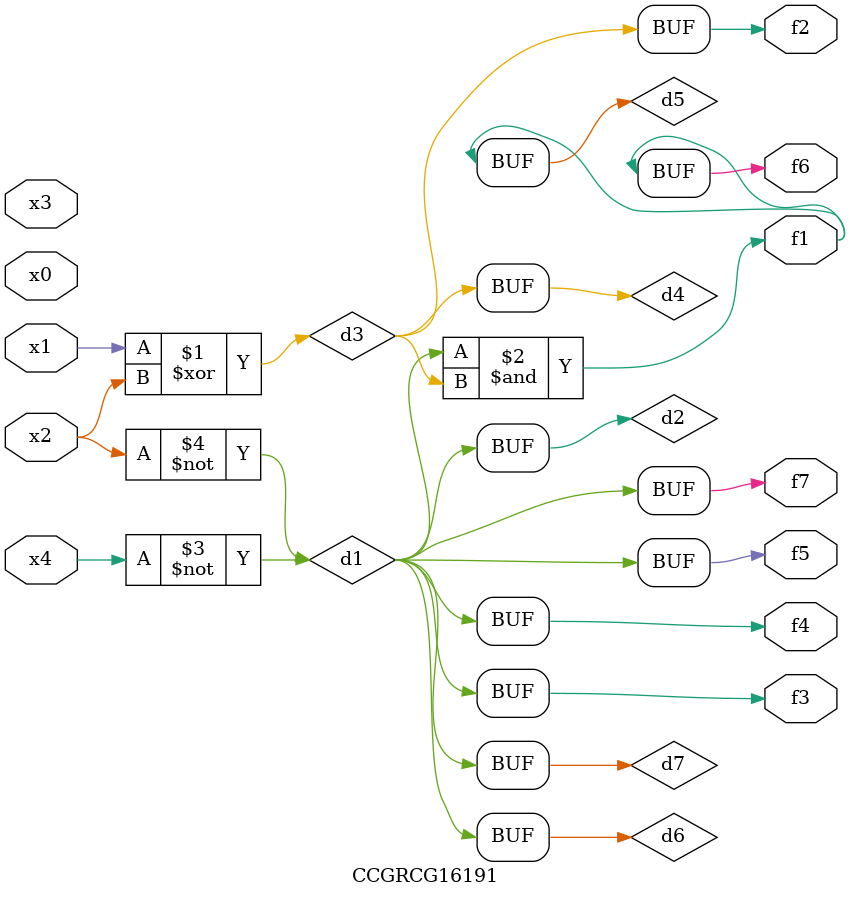
<source format=v>
module CCGRCG16191(
	input x0, x1, x2, x3, x4,
	output f1, f2, f3, f4, f5, f6, f7
);

	wire d1, d2, d3, d4, d5, d6, d7;

	not (d1, x4);
	not (d2, x2);
	xor (d3, x1, x2);
	buf (d4, d3);
	and (d5, d1, d3);
	buf (d6, d1, d2);
	buf (d7, d2);
	assign f1 = d5;
	assign f2 = d4;
	assign f3 = d7;
	assign f4 = d7;
	assign f5 = d7;
	assign f6 = d5;
	assign f7 = d7;
endmodule

</source>
